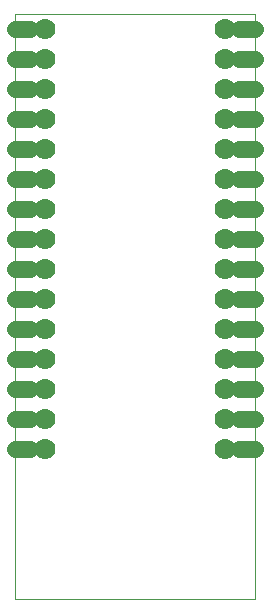
<source format=gbs>
G75*
%MOIN*%
%OFA0B0*%
%FSLAX24Y24*%
%IPPOS*%
%LPD*%
%AMOC8*
5,1,8,0,0,1.08239X$1,22.5*
%
%ADD10C,0.0000*%
%ADD11C,0.0700*%
%ADD12C,0.0555*%
D10*
X000680Y002797D02*
X000680Y022297D01*
X008680Y022297D01*
X008680Y002797D01*
X000680Y002797D01*
D11*
X001680Y007797D03*
X001680Y008797D03*
X001680Y009797D03*
X001680Y010797D03*
X001680Y011797D03*
X001680Y012797D03*
X001680Y013797D03*
X001680Y014797D03*
X001680Y015797D03*
X001680Y016797D03*
X001680Y017797D03*
X001680Y018797D03*
X001680Y019797D03*
X001680Y020797D03*
X001680Y021797D03*
X007680Y021797D03*
X007680Y020797D03*
X007680Y019797D03*
X007680Y018797D03*
X007680Y017797D03*
X007680Y016797D03*
X007680Y015797D03*
X007680Y014797D03*
X007680Y013797D03*
X007680Y012797D03*
X007680Y011797D03*
X007680Y010797D03*
X007680Y009797D03*
X007680Y008797D03*
X007680Y007797D03*
D12*
X008165Y007797D02*
X008680Y007797D01*
X008680Y008797D02*
X008165Y008797D01*
X008165Y009797D02*
X008680Y009797D01*
X008680Y010797D02*
X008165Y010797D01*
X008165Y011797D02*
X008680Y011797D01*
X008680Y012797D02*
X008165Y012797D01*
X008165Y013797D02*
X008680Y013797D01*
X008680Y014797D02*
X008165Y014797D01*
X008165Y015797D02*
X008680Y015797D01*
X008680Y016797D02*
X008165Y016797D01*
X008165Y017797D02*
X008680Y017797D01*
X008680Y018797D02*
X008165Y018797D01*
X008165Y019797D02*
X008680Y019797D01*
X008680Y020797D02*
X008165Y020797D01*
X008165Y021797D02*
X008680Y021797D01*
X001195Y021797D02*
X000680Y021797D01*
X000680Y020797D02*
X001195Y020797D01*
X001195Y019797D02*
X000680Y019797D01*
X000680Y018797D02*
X001195Y018797D01*
X001195Y017797D02*
X000680Y017797D01*
X000680Y016797D02*
X001195Y016797D01*
X001195Y015797D02*
X000680Y015797D01*
X000680Y014797D02*
X001195Y014797D01*
X001195Y013797D02*
X000680Y013797D01*
X000680Y012797D02*
X001195Y012797D01*
X001195Y011797D02*
X000680Y011797D01*
X000680Y010797D02*
X001195Y010797D01*
X001195Y009797D02*
X000680Y009797D01*
X000680Y008797D02*
X001195Y008797D01*
X001195Y007797D02*
X000680Y007797D01*
M02*

</source>
